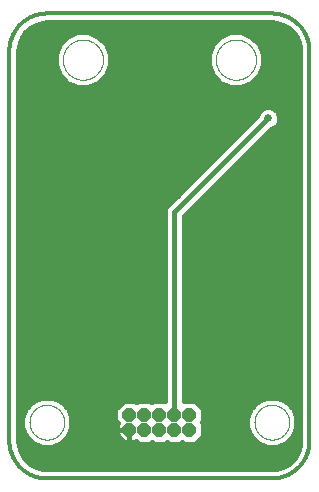
<source format=gbl>
G75*
%MOIN*%
%OFA0B0*%
%FSLAX25Y25*%
%IPPOS*%
%LPD*%
%AMOC8*
5,1,8,0,0,1.08239X$1,22.5*
%
%ADD10C,0.01200*%
%ADD11C,0.00000*%
%ADD12OC8,0.04600*%
%ADD13C,0.01600*%
%ADD14C,0.02578*%
D10*
X0009700Y0022200D02*
X0009700Y0152200D01*
X0009704Y0152502D01*
X0009715Y0152804D01*
X0009733Y0153105D01*
X0009758Y0153406D01*
X0009791Y0153707D01*
X0009831Y0154006D01*
X0009878Y0154304D01*
X0009933Y0154602D01*
X0009994Y0154897D01*
X0010063Y0155191D01*
X0010139Y0155484D01*
X0010222Y0155774D01*
X0010312Y0156063D01*
X0010409Y0156349D01*
X0010512Y0156633D01*
X0010623Y0156914D01*
X0010740Y0157192D01*
X0010864Y0157468D01*
X0010995Y0157740D01*
X0011132Y0158009D01*
X0011275Y0158275D01*
X0011425Y0158537D01*
X0011582Y0158796D01*
X0011744Y0159050D01*
X0011913Y0159301D01*
X0012087Y0159547D01*
X0012268Y0159790D01*
X0012454Y0160027D01*
X0012646Y0160261D01*
X0012844Y0160489D01*
X0013047Y0160713D01*
X0013255Y0160931D01*
X0013469Y0161145D01*
X0013687Y0161353D01*
X0013911Y0161556D01*
X0014139Y0161754D01*
X0014373Y0161946D01*
X0014610Y0162132D01*
X0014853Y0162313D01*
X0015099Y0162487D01*
X0015350Y0162656D01*
X0015604Y0162818D01*
X0015863Y0162975D01*
X0016125Y0163125D01*
X0016391Y0163268D01*
X0016660Y0163405D01*
X0016932Y0163536D01*
X0017208Y0163660D01*
X0017486Y0163777D01*
X0017767Y0163888D01*
X0018051Y0163991D01*
X0018337Y0164088D01*
X0018626Y0164178D01*
X0018916Y0164261D01*
X0019209Y0164337D01*
X0019503Y0164406D01*
X0019798Y0164467D01*
X0020096Y0164522D01*
X0020394Y0164569D01*
X0020693Y0164609D01*
X0020994Y0164642D01*
X0021295Y0164667D01*
X0021596Y0164685D01*
X0021898Y0164696D01*
X0022200Y0164700D01*
X0097200Y0164700D01*
X0097502Y0164696D01*
X0097804Y0164685D01*
X0098105Y0164667D01*
X0098406Y0164642D01*
X0098707Y0164609D01*
X0099006Y0164569D01*
X0099304Y0164522D01*
X0099602Y0164467D01*
X0099897Y0164406D01*
X0100191Y0164337D01*
X0100484Y0164261D01*
X0100774Y0164178D01*
X0101063Y0164088D01*
X0101349Y0163991D01*
X0101633Y0163888D01*
X0101914Y0163777D01*
X0102192Y0163660D01*
X0102468Y0163536D01*
X0102740Y0163405D01*
X0103009Y0163268D01*
X0103275Y0163125D01*
X0103537Y0162975D01*
X0103796Y0162818D01*
X0104050Y0162656D01*
X0104301Y0162487D01*
X0104547Y0162313D01*
X0104790Y0162132D01*
X0105027Y0161946D01*
X0105261Y0161754D01*
X0105489Y0161556D01*
X0105713Y0161353D01*
X0105931Y0161145D01*
X0106145Y0160931D01*
X0106353Y0160713D01*
X0106556Y0160489D01*
X0106754Y0160261D01*
X0106946Y0160027D01*
X0107132Y0159790D01*
X0107313Y0159547D01*
X0107487Y0159301D01*
X0107656Y0159050D01*
X0107818Y0158796D01*
X0107975Y0158537D01*
X0108125Y0158275D01*
X0108268Y0158009D01*
X0108405Y0157740D01*
X0108536Y0157468D01*
X0108660Y0157192D01*
X0108777Y0156914D01*
X0108888Y0156633D01*
X0108991Y0156349D01*
X0109088Y0156063D01*
X0109178Y0155774D01*
X0109261Y0155484D01*
X0109337Y0155191D01*
X0109406Y0154897D01*
X0109467Y0154602D01*
X0109522Y0154304D01*
X0109569Y0154006D01*
X0109609Y0153707D01*
X0109642Y0153406D01*
X0109667Y0153105D01*
X0109685Y0152804D01*
X0109696Y0152502D01*
X0109700Y0152200D01*
X0109700Y0022200D01*
X0109696Y0021898D01*
X0109685Y0021596D01*
X0109667Y0021295D01*
X0109642Y0020994D01*
X0109609Y0020693D01*
X0109569Y0020394D01*
X0109522Y0020096D01*
X0109467Y0019798D01*
X0109406Y0019503D01*
X0109337Y0019209D01*
X0109261Y0018916D01*
X0109178Y0018626D01*
X0109088Y0018337D01*
X0108991Y0018051D01*
X0108888Y0017767D01*
X0108777Y0017486D01*
X0108660Y0017208D01*
X0108536Y0016932D01*
X0108405Y0016660D01*
X0108268Y0016391D01*
X0108125Y0016125D01*
X0107975Y0015863D01*
X0107818Y0015604D01*
X0107656Y0015350D01*
X0107487Y0015099D01*
X0107313Y0014853D01*
X0107132Y0014610D01*
X0106946Y0014373D01*
X0106754Y0014139D01*
X0106556Y0013911D01*
X0106353Y0013687D01*
X0106145Y0013469D01*
X0105931Y0013255D01*
X0105713Y0013047D01*
X0105489Y0012844D01*
X0105261Y0012646D01*
X0105027Y0012454D01*
X0104790Y0012268D01*
X0104547Y0012087D01*
X0104301Y0011913D01*
X0104050Y0011744D01*
X0103796Y0011582D01*
X0103537Y0011425D01*
X0103275Y0011275D01*
X0103009Y0011132D01*
X0102740Y0010995D01*
X0102468Y0010864D01*
X0102192Y0010740D01*
X0101914Y0010623D01*
X0101633Y0010512D01*
X0101349Y0010409D01*
X0101063Y0010312D01*
X0100774Y0010222D01*
X0100484Y0010139D01*
X0100191Y0010063D01*
X0099897Y0009994D01*
X0099602Y0009933D01*
X0099304Y0009878D01*
X0099006Y0009831D01*
X0098707Y0009791D01*
X0098406Y0009758D01*
X0098105Y0009733D01*
X0097804Y0009715D01*
X0097502Y0009704D01*
X0097200Y0009700D01*
X0022200Y0009700D01*
X0021898Y0009704D01*
X0021596Y0009715D01*
X0021295Y0009733D01*
X0020994Y0009758D01*
X0020693Y0009791D01*
X0020394Y0009831D01*
X0020096Y0009878D01*
X0019798Y0009933D01*
X0019503Y0009994D01*
X0019209Y0010063D01*
X0018916Y0010139D01*
X0018626Y0010222D01*
X0018337Y0010312D01*
X0018051Y0010409D01*
X0017767Y0010512D01*
X0017486Y0010623D01*
X0017208Y0010740D01*
X0016932Y0010864D01*
X0016660Y0010995D01*
X0016391Y0011132D01*
X0016125Y0011275D01*
X0015863Y0011425D01*
X0015604Y0011582D01*
X0015350Y0011744D01*
X0015099Y0011913D01*
X0014853Y0012087D01*
X0014610Y0012268D01*
X0014373Y0012454D01*
X0014139Y0012646D01*
X0013911Y0012844D01*
X0013687Y0013047D01*
X0013469Y0013255D01*
X0013255Y0013469D01*
X0013047Y0013687D01*
X0012844Y0013911D01*
X0012646Y0014139D01*
X0012454Y0014373D01*
X0012268Y0014610D01*
X0012087Y0014853D01*
X0011913Y0015099D01*
X0011744Y0015350D01*
X0011582Y0015604D01*
X0011425Y0015863D01*
X0011275Y0016125D01*
X0011132Y0016391D01*
X0010995Y0016660D01*
X0010864Y0016932D01*
X0010740Y0017208D01*
X0010623Y0017486D01*
X0010512Y0017767D01*
X0010409Y0018051D01*
X0010312Y0018337D01*
X0010222Y0018626D01*
X0010139Y0018916D01*
X0010063Y0019209D01*
X0009994Y0019503D01*
X0009933Y0019798D01*
X0009878Y0020096D01*
X0009831Y0020394D01*
X0009791Y0020693D01*
X0009758Y0020994D01*
X0009733Y0021295D01*
X0009715Y0021596D01*
X0009704Y0021898D01*
X0009700Y0022200D01*
D11*
X0016400Y0028450D02*
X0016402Y0028602D01*
X0016408Y0028754D01*
X0016418Y0028905D01*
X0016432Y0029056D01*
X0016450Y0029207D01*
X0016471Y0029357D01*
X0016497Y0029507D01*
X0016527Y0029656D01*
X0016560Y0029804D01*
X0016598Y0029951D01*
X0016639Y0030097D01*
X0016684Y0030242D01*
X0016733Y0030386D01*
X0016785Y0030529D01*
X0016841Y0030670D01*
X0016901Y0030809D01*
X0016965Y0030947D01*
X0017032Y0031083D01*
X0017103Y0031218D01*
X0017177Y0031350D01*
X0017255Y0031480D01*
X0017336Y0031609D01*
X0017420Y0031735D01*
X0017508Y0031859D01*
X0017599Y0031981D01*
X0017693Y0032100D01*
X0017790Y0032217D01*
X0017890Y0032331D01*
X0017993Y0032442D01*
X0018099Y0032551D01*
X0018208Y0032657D01*
X0018319Y0032760D01*
X0018433Y0032860D01*
X0018550Y0032957D01*
X0018669Y0033051D01*
X0018791Y0033142D01*
X0018915Y0033230D01*
X0019041Y0033314D01*
X0019170Y0033395D01*
X0019300Y0033473D01*
X0019432Y0033547D01*
X0019567Y0033618D01*
X0019703Y0033685D01*
X0019841Y0033749D01*
X0019980Y0033809D01*
X0020121Y0033865D01*
X0020264Y0033917D01*
X0020408Y0033966D01*
X0020553Y0034011D01*
X0020699Y0034052D01*
X0020846Y0034090D01*
X0020994Y0034123D01*
X0021143Y0034153D01*
X0021293Y0034179D01*
X0021443Y0034200D01*
X0021594Y0034218D01*
X0021745Y0034232D01*
X0021896Y0034242D01*
X0022048Y0034248D01*
X0022200Y0034250D01*
X0022352Y0034248D01*
X0022504Y0034242D01*
X0022655Y0034232D01*
X0022806Y0034218D01*
X0022957Y0034200D01*
X0023107Y0034179D01*
X0023257Y0034153D01*
X0023406Y0034123D01*
X0023554Y0034090D01*
X0023701Y0034052D01*
X0023847Y0034011D01*
X0023992Y0033966D01*
X0024136Y0033917D01*
X0024279Y0033865D01*
X0024420Y0033809D01*
X0024559Y0033749D01*
X0024697Y0033685D01*
X0024833Y0033618D01*
X0024968Y0033547D01*
X0025100Y0033473D01*
X0025230Y0033395D01*
X0025359Y0033314D01*
X0025485Y0033230D01*
X0025609Y0033142D01*
X0025731Y0033051D01*
X0025850Y0032957D01*
X0025967Y0032860D01*
X0026081Y0032760D01*
X0026192Y0032657D01*
X0026301Y0032551D01*
X0026407Y0032442D01*
X0026510Y0032331D01*
X0026610Y0032217D01*
X0026707Y0032100D01*
X0026801Y0031981D01*
X0026892Y0031859D01*
X0026980Y0031735D01*
X0027064Y0031609D01*
X0027145Y0031480D01*
X0027223Y0031350D01*
X0027297Y0031218D01*
X0027368Y0031083D01*
X0027435Y0030947D01*
X0027499Y0030809D01*
X0027559Y0030670D01*
X0027615Y0030529D01*
X0027667Y0030386D01*
X0027716Y0030242D01*
X0027761Y0030097D01*
X0027802Y0029951D01*
X0027840Y0029804D01*
X0027873Y0029656D01*
X0027903Y0029507D01*
X0027929Y0029357D01*
X0027950Y0029207D01*
X0027968Y0029056D01*
X0027982Y0028905D01*
X0027992Y0028754D01*
X0027998Y0028602D01*
X0028000Y0028450D01*
X0027998Y0028298D01*
X0027992Y0028146D01*
X0027982Y0027995D01*
X0027968Y0027844D01*
X0027950Y0027693D01*
X0027929Y0027543D01*
X0027903Y0027393D01*
X0027873Y0027244D01*
X0027840Y0027096D01*
X0027802Y0026949D01*
X0027761Y0026803D01*
X0027716Y0026658D01*
X0027667Y0026514D01*
X0027615Y0026371D01*
X0027559Y0026230D01*
X0027499Y0026091D01*
X0027435Y0025953D01*
X0027368Y0025817D01*
X0027297Y0025682D01*
X0027223Y0025550D01*
X0027145Y0025420D01*
X0027064Y0025291D01*
X0026980Y0025165D01*
X0026892Y0025041D01*
X0026801Y0024919D01*
X0026707Y0024800D01*
X0026610Y0024683D01*
X0026510Y0024569D01*
X0026407Y0024458D01*
X0026301Y0024349D01*
X0026192Y0024243D01*
X0026081Y0024140D01*
X0025967Y0024040D01*
X0025850Y0023943D01*
X0025731Y0023849D01*
X0025609Y0023758D01*
X0025485Y0023670D01*
X0025359Y0023586D01*
X0025230Y0023505D01*
X0025100Y0023427D01*
X0024968Y0023353D01*
X0024833Y0023282D01*
X0024697Y0023215D01*
X0024559Y0023151D01*
X0024420Y0023091D01*
X0024279Y0023035D01*
X0024136Y0022983D01*
X0023992Y0022934D01*
X0023847Y0022889D01*
X0023701Y0022848D01*
X0023554Y0022810D01*
X0023406Y0022777D01*
X0023257Y0022747D01*
X0023107Y0022721D01*
X0022957Y0022700D01*
X0022806Y0022682D01*
X0022655Y0022668D01*
X0022504Y0022658D01*
X0022352Y0022652D01*
X0022200Y0022650D01*
X0022048Y0022652D01*
X0021896Y0022658D01*
X0021745Y0022668D01*
X0021594Y0022682D01*
X0021443Y0022700D01*
X0021293Y0022721D01*
X0021143Y0022747D01*
X0020994Y0022777D01*
X0020846Y0022810D01*
X0020699Y0022848D01*
X0020553Y0022889D01*
X0020408Y0022934D01*
X0020264Y0022983D01*
X0020121Y0023035D01*
X0019980Y0023091D01*
X0019841Y0023151D01*
X0019703Y0023215D01*
X0019567Y0023282D01*
X0019432Y0023353D01*
X0019300Y0023427D01*
X0019170Y0023505D01*
X0019041Y0023586D01*
X0018915Y0023670D01*
X0018791Y0023758D01*
X0018669Y0023849D01*
X0018550Y0023943D01*
X0018433Y0024040D01*
X0018319Y0024140D01*
X0018208Y0024243D01*
X0018099Y0024349D01*
X0017993Y0024458D01*
X0017890Y0024569D01*
X0017790Y0024683D01*
X0017693Y0024800D01*
X0017599Y0024919D01*
X0017508Y0025041D01*
X0017420Y0025165D01*
X0017336Y0025291D01*
X0017255Y0025420D01*
X0017177Y0025550D01*
X0017103Y0025682D01*
X0017032Y0025817D01*
X0016965Y0025953D01*
X0016901Y0026091D01*
X0016841Y0026230D01*
X0016785Y0026371D01*
X0016733Y0026514D01*
X0016684Y0026658D01*
X0016639Y0026803D01*
X0016598Y0026949D01*
X0016560Y0027096D01*
X0016527Y0027244D01*
X0016497Y0027393D01*
X0016471Y0027543D01*
X0016450Y0027693D01*
X0016432Y0027844D01*
X0016418Y0027995D01*
X0016408Y0028146D01*
X0016402Y0028298D01*
X0016400Y0028450D01*
X0091400Y0028450D02*
X0091402Y0028602D01*
X0091408Y0028754D01*
X0091418Y0028905D01*
X0091432Y0029056D01*
X0091450Y0029207D01*
X0091471Y0029357D01*
X0091497Y0029507D01*
X0091527Y0029656D01*
X0091560Y0029804D01*
X0091598Y0029951D01*
X0091639Y0030097D01*
X0091684Y0030242D01*
X0091733Y0030386D01*
X0091785Y0030529D01*
X0091841Y0030670D01*
X0091901Y0030809D01*
X0091965Y0030947D01*
X0092032Y0031083D01*
X0092103Y0031218D01*
X0092177Y0031350D01*
X0092255Y0031480D01*
X0092336Y0031609D01*
X0092420Y0031735D01*
X0092508Y0031859D01*
X0092599Y0031981D01*
X0092693Y0032100D01*
X0092790Y0032217D01*
X0092890Y0032331D01*
X0092993Y0032442D01*
X0093099Y0032551D01*
X0093208Y0032657D01*
X0093319Y0032760D01*
X0093433Y0032860D01*
X0093550Y0032957D01*
X0093669Y0033051D01*
X0093791Y0033142D01*
X0093915Y0033230D01*
X0094041Y0033314D01*
X0094170Y0033395D01*
X0094300Y0033473D01*
X0094432Y0033547D01*
X0094567Y0033618D01*
X0094703Y0033685D01*
X0094841Y0033749D01*
X0094980Y0033809D01*
X0095121Y0033865D01*
X0095264Y0033917D01*
X0095408Y0033966D01*
X0095553Y0034011D01*
X0095699Y0034052D01*
X0095846Y0034090D01*
X0095994Y0034123D01*
X0096143Y0034153D01*
X0096293Y0034179D01*
X0096443Y0034200D01*
X0096594Y0034218D01*
X0096745Y0034232D01*
X0096896Y0034242D01*
X0097048Y0034248D01*
X0097200Y0034250D01*
X0097352Y0034248D01*
X0097504Y0034242D01*
X0097655Y0034232D01*
X0097806Y0034218D01*
X0097957Y0034200D01*
X0098107Y0034179D01*
X0098257Y0034153D01*
X0098406Y0034123D01*
X0098554Y0034090D01*
X0098701Y0034052D01*
X0098847Y0034011D01*
X0098992Y0033966D01*
X0099136Y0033917D01*
X0099279Y0033865D01*
X0099420Y0033809D01*
X0099559Y0033749D01*
X0099697Y0033685D01*
X0099833Y0033618D01*
X0099968Y0033547D01*
X0100100Y0033473D01*
X0100230Y0033395D01*
X0100359Y0033314D01*
X0100485Y0033230D01*
X0100609Y0033142D01*
X0100731Y0033051D01*
X0100850Y0032957D01*
X0100967Y0032860D01*
X0101081Y0032760D01*
X0101192Y0032657D01*
X0101301Y0032551D01*
X0101407Y0032442D01*
X0101510Y0032331D01*
X0101610Y0032217D01*
X0101707Y0032100D01*
X0101801Y0031981D01*
X0101892Y0031859D01*
X0101980Y0031735D01*
X0102064Y0031609D01*
X0102145Y0031480D01*
X0102223Y0031350D01*
X0102297Y0031218D01*
X0102368Y0031083D01*
X0102435Y0030947D01*
X0102499Y0030809D01*
X0102559Y0030670D01*
X0102615Y0030529D01*
X0102667Y0030386D01*
X0102716Y0030242D01*
X0102761Y0030097D01*
X0102802Y0029951D01*
X0102840Y0029804D01*
X0102873Y0029656D01*
X0102903Y0029507D01*
X0102929Y0029357D01*
X0102950Y0029207D01*
X0102968Y0029056D01*
X0102982Y0028905D01*
X0102992Y0028754D01*
X0102998Y0028602D01*
X0103000Y0028450D01*
X0102998Y0028298D01*
X0102992Y0028146D01*
X0102982Y0027995D01*
X0102968Y0027844D01*
X0102950Y0027693D01*
X0102929Y0027543D01*
X0102903Y0027393D01*
X0102873Y0027244D01*
X0102840Y0027096D01*
X0102802Y0026949D01*
X0102761Y0026803D01*
X0102716Y0026658D01*
X0102667Y0026514D01*
X0102615Y0026371D01*
X0102559Y0026230D01*
X0102499Y0026091D01*
X0102435Y0025953D01*
X0102368Y0025817D01*
X0102297Y0025682D01*
X0102223Y0025550D01*
X0102145Y0025420D01*
X0102064Y0025291D01*
X0101980Y0025165D01*
X0101892Y0025041D01*
X0101801Y0024919D01*
X0101707Y0024800D01*
X0101610Y0024683D01*
X0101510Y0024569D01*
X0101407Y0024458D01*
X0101301Y0024349D01*
X0101192Y0024243D01*
X0101081Y0024140D01*
X0100967Y0024040D01*
X0100850Y0023943D01*
X0100731Y0023849D01*
X0100609Y0023758D01*
X0100485Y0023670D01*
X0100359Y0023586D01*
X0100230Y0023505D01*
X0100100Y0023427D01*
X0099968Y0023353D01*
X0099833Y0023282D01*
X0099697Y0023215D01*
X0099559Y0023151D01*
X0099420Y0023091D01*
X0099279Y0023035D01*
X0099136Y0022983D01*
X0098992Y0022934D01*
X0098847Y0022889D01*
X0098701Y0022848D01*
X0098554Y0022810D01*
X0098406Y0022777D01*
X0098257Y0022747D01*
X0098107Y0022721D01*
X0097957Y0022700D01*
X0097806Y0022682D01*
X0097655Y0022668D01*
X0097504Y0022658D01*
X0097352Y0022652D01*
X0097200Y0022650D01*
X0097048Y0022652D01*
X0096896Y0022658D01*
X0096745Y0022668D01*
X0096594Y0022682D01*
X0096443Y0022700D01*
X0096293Y0022721D01*
X0096143Y0022747D01*
X0095994Y0022777D01*
X0095846Y0022810D01*
X0095699Y0022848D01*
X0095553Y0022889D01*
X0095408Y0022934D01*
X0095264Y0022983D01*
X0095121Y0023035D01*
X0094980Y0023091D01*
X0094841Y0023151D01*
X0094703Y0023215D01*
X0094567Y0023282D01*
X0094432Y0023353D01*
X0094300Y0023427D01*
X0094170Y0023505D01*
X0094041Y0023586D01*
X0093915Y0023670D01*
X0093791Y0023758D01*
X0093669Y0023849D01*
X0093550Y0023943D01*
X0093433Y0024040D01*
X0093319Y0024140D01*
X0093208Y0024243D01*
X0093099Y0024349D01*
X0092993Y0024458D01*
X0092890Y0024569D01*
X0092790Y0024683D01*
X0092693Y0024800D01*
X0092599Y0024919D01*
X0092508Y0025041D01*
X0092420Y0025165D01*
X0092336Y0025291D01*
X0092255Y0025420D01*
X0092177Y0025550D01*
X0092103Y0025682D01*
X0092032Y0025817D01*
X0091965Y0025953D01*
X0091901Y0026091D01*
X0091841Y0026230D01*
X0091785Y0026371D01*
X0091733Y0026514D01*
X0091684Y0026658D01*
X0091639Y0026803D01*
X0091598Y0026949D01*
X0091560Y0027096D01*
X0091527Y0027244D01*
X0091497Y0027393D01*
X0091471Y0027543D01*
X0091450Y0027693D01*
X0091432Y0027844D01*
X0091418Y0027995D01*
X0091408Y0028146D01*
X0091402Y0028298D01*
X0091400Y0028450D01*
X0078500Y0149300D02*
X0078502Y0149464D01*
X0078508Y0149629D01*
X0078518Y0149793D01*
X0078532Y0149957D01*
X0078550Y0150120D01*
X0078573Y0150283D01*
X0078599Y0150445D01*
X0078629Y0150607D01*
X0078663Y0150768D01*
X0078701Y0150928D01*
X0078743Y0151087D01*
X0078788Y0151245D01*
X0078838Y0151402D01*
X0078892Y0151557D01*
X0078949Y0151711D01*
X0079010Y0151864D01*
X0079075Y0152015D01*
X0079143Y0152165D01*
X0079215Y0152312D01*
X0079291Y0152458D01*
X0079370Y0152602D01*
X0079453Y0152744D01*
X0079539Y0152884D01*
X0079629Y0153022D01*
X0079722Y0153158D01*
X0079819Y0153291D01*
X0079918Y0153422D01*
X0080021Y0153550D01*
X0080127Y0153676D01*
X0080236Y0153799D01*
X0080348Y0153920D01*
X0080462Y0154038D01*
X0080580Y0154152D01*
X0080701Y0154264D01*
X0080824Y0154373D01*
X0080950Y0154479D01*
X0081078Y0154582D01*
X0081209Y0154681D01*
X0081342Y0154778D01*
X0081478Y0154871D01*
X0081616Y0154961D01*
X0081756Y0155047D01*
X0081898Y0155130D01*
X0082042Y0155209D01*
X0082188Y0155285D01*
X0082335Y0155357D01*
X0082485Y0155425D01*
X0082636Y0155490D01*
X0082789Y0155551D01*
X0082943Y0155608D01*
X0083098Y0155662D01*
X0083255Y0155712D01*
X0083413Y0155757D01*
X0083572Y0155799D01*
X0083732Y0155837D01*
X0083893Y0155871D01*
X0084055Y0155901D01*
X0084217Y0155927D01*
X0084380Y0155950D01*
X0084543Y0155968D01*
X0084707Y0155982D01*
X0084871Y0155992D01*
X0085036Y0155998D01*
X0085200Y0156000D01*
X0085364Y0155998D01*
X0085529Y0155992D01*
X0085693Y0155982D01*
X0085857Y0155968D01*
X0086020Y0155950D01*
X0086183Y0155927D01*
X0086345Y0155901D01*
X0086507Y0155871D01*
X0086668Y0155837D01*
X0086828Y0155799D01*
X0086987Y0155757D01*
X0087145Y0155712D01*
X0087302Y0155662D01*
X0087457Y0155608D01*
X0087611Y0155551D01*
X0087764Y0155490D01*
X0087915Y0155425D01*
X0088065Y0155357D01*
X0088212Y0155285D01*
X0088358Y0155209D01*
X0088502Y0155130D01*
X0088644Y0155047D01*
X0088784Y0154961D01*
X0088922Y0154871D01*
X0089058Y0154778D01*
X0089191Y0154681D01*
X0089322Y0154582D01*
X0089450Y0154479D01*
X0089576Y0154373D01*
X0089699Y0154264D01*
X0089820Y0154152D01*
X0089938Y0154038D01*
X0090052Y0153920D01*
X0090164Y0153799D01*
X0090273Y0153676D01*
X0090379Y0153550D01*
X0090482Y0153422D01*
X0090581Y0153291D01*
X0090678Y0153158D01*
X0090771Y0153022D01*
X0090861Y0152884D01*
X0090947Y0152744D01*
X0091030Y0152602D01*
X0091109Y0152458D01*
X0091185Y0152312D01*
X0091257Y0152165D01*
X0091325Y0152015D01*
X0091390Y0151864D01*
X0091451Y0151711D01*
X0091508Y0151557D01*
X0091562Y0151402D01*
X0091612Y0151245D01*
X0091657Y0151087D01*
X0091699Y0150928D01*
X0091737Y0150768D01*
X0091771Y0150607D01*
X0091801Y0150445D01*
X0091827Y0150283D01*
X0091850Y0150120D01*
X0091868Y0149957D01*
X0091882Y0149793D01*
X0091892Y0149629D01*
X0091898Y0149464D01*
X0091900Y0149300D01*
X0091898Y0149136D01*
X0091892Y0148971D01*
X0091882Y0148807D01*
X0091868Y0148643D01*
X0091850Y0148480D01*
X0091827Y0148317D01*
X0091801Y0148155D01*
X0091771Y0147993D01*
X0091737Y0147832D01*
X0091699Y0147672D01*
X0091657Y0147513D01*
X0091612Y0147355D01*
X0091562Y0147198D01*
X0091508Y0147043D01*
X0091451Y0146889D01*
X0091390Y0146736D01*
X0091325Y0146585D01*
X0091257Y0146435D01*
X0091185Y0146288D01*
X0091109Y0146142D01*
X0091030Y0145998D01*
X0090947Y0145856D01*
X0090861Y0145716D01*
X0090771Y0145578D01*
X0090678Y0145442D01*
X0090581Y0145309D01*
X0090482Y0145178D01*
X0090379Y0145050D01*
X0090273Y0144924D01*
X0090164Y0144801D01*
X0090052Y0144680D01*
X0089938Y0144562D01*
X0089820Y0144448D01*
X0089699Y0144336D01*
X0089576Y0144227D01*
X0089450Y0144121D01*
X0089322Y0144018D01*
X0089191Y0143919D01*
X0089058Y0143822D01*
X0088922Y0143729D01*
X0088784Y0143639D01*
X0088644Y0143553D01*
X0088502Y0143470D01*
X0088358Y0143391D01*
X0088212Y0143315D01*
X0088065Y0143243D01*
X0087915Y0143175D01*
X0087764Y0143110D01*
X0087611Y0143049D01*
X0087457Y0142992D01*
X0087302Y0142938D01*
X0087145Y0142888D01*
X0086987Y0142843D01*
X0086828Y0142801D01*
X0086668Y0142763D01*
X0086507Y0142729D01*
X0086345Y0142699D01*
X0086183Y0142673D01*
X0086020Y0142650D01*
X0085857Y0142632D01*
X0085693Y0142618D01*
X0085529Y0142608D01*
X0085364Y0142602D01*
X0085200Y0142600D01*
X0085036Y0142602D01*
X0084871Y0142608D01*
X0084707Y0142618D01*
X0084543Y0142632D01*
X0084380Y0142650D01*
X0084217Y0142673D01*
X0084055Y0142699D01*
X0083893Y0142729D01*
X0083732Y0142763D01*
X0083572Y0142801D01*
X0083413Y0142843D01*
X0083255Y0142888D01*
X0083098Y0142938D01*
X0082943Y0142992D01*
X0082789Y0143049D01*
X0082636Y0143110D01*
X0082485Y0143175D01*
X0082335Y0143243D01*
X0082188Y0143315D01*
X0082042Y0143391D01*
X0081898Y0143470D01*
X0081756Y0143553D01*
X0081616Y0143639D01*
X0081478Y0143729D01*
X0081342Y0143822D01*
X0081209Y0143919D01*
X0081078Y0144018D01*
X0080950Y0144121D01*
X0080824Y0144227D01*
X0080701Y0144336D01*
X0080580Y0144448D01*
X0080462Y0144562D01*
X0080348Y0144680D01*
X0080236Y0144801D01*
X0080127Y0144924D01*
X0080021Y0145050D01*
X0079918Y0145178D01*
X0079819Y0145309D01*
X0079722Y0145442D01*
X0079629Y0145578D01*
X0079539Y0145716D01*
X0079453Y0145856D01*
X0079370Y0145998D01*
X0079291Y0146142D01*
X0079215Y0146288D01*
X0079143Y0146435D01*
X0079075Y0146585D01*
X0079010Y0146736D01*
X0078949Y0146889D01*
X0078892Y0147043D01*
X0078838Y0147198D01*
X0078788Y0147355D01*
X0078743Y0147513D01*
X0078701Y0147672D01*
X0078663Y0147832D01*
X0078629Y0147993D01*
X0078599Y0148155D01*
X0078573Y0148317D01*
X0078550Y0148480D01*
X0078532Y0148643D01*
X0078518Y0148807D01*
X0078508Y0148971D01*
X0078502Y0149136D01*
X0078500Y0149300D01*
X0027500Y0149300D02*
X0027502Y0149464D01*
X0027508Y0149629D01*
X0027518Y0149793D01*
X0027532Y0149957D01*
X0027550Y0150120D01*
X0027573Y0150283D01*
X0027599Y0150445D01*
X0027629Y0150607D01*
X0027663Y0150768D01*
X0027701Y0150928D01*
X0027743Y0151087D01*
X0027788Y0151245D01*
X0027838Y0151402D01*
X0027892Y0151557D01*
X0027949Y0151711D01*
X0028010Y0151864D01*
X0028075Y0152015D01*
X0028143Y0152165D01*
X0028215Y0152312D01*
X0028291Y0152458D01*
X0028370Y0152602D01*
X0028453Y0152744D01*
X0028539Y0152884D01*
X0028629Y0153022D01*
X0028722Y0153158D01*
X0028819Y0153291D01*
X0028918Y0153422D01*
X0029021Y0153550D01*
X0029127Y0153676D01*
X0029236Y0153799D01*
X0029348Y0153920D01*
X0029462Y0154038D01*
X0029580Y0154152D01*
X0029701Y0154264D01*
X0029824Y0154373D01*
X0029950Y0154479D01*
X0030078Y0154582D01*
X0030209Y0154681D01*
X0030342Y0154778D01*
X0030478Y0154871D01*
X0030616Y0154961D01*
X0030756Y0155047D01*
X0030898Y0155130D01*
X0031042Y0155209D01*
X0031188Y0155285D01*
X0031335Y0155357D01*
X0031485Y0155425D01*
X0031636Y0155490D01*
X0031789Y0155551D01*
X0031943Y0155608D01*
X0032098Y0155662D01*
X0032255Y0155712D01*
X0032413Y0155757D01*
X0032572Y0155799D01*
X0032732Y0155837D01*
X0032893Y0155871D01*
X0033055Y0155901D01*
X0033217Y0155927D01*
X0033380Y0155950D01*
X0033543Y0155968D01*
X0033707Y0155982D01*
X0033871Y0155992D01*
X0034036Y0155998D01*
X0034200Y0156000D01*
X0034364Y0155998D01*
X0034529Y0155992D01*
X0034693Y0155982D01*
X0034857Y0155968D01*
X0035020Y0155950D01*
X0035183Y0155927D01*
X0035345Y0155901D01*
X0035507Y0155871D01*
X0035668Y0155837D01*
X0035828Y0155799D01*
X0035987Y0155757D01*
X0036145Y0155712D01*
X0036302Y0155662D01*
X0036457Y0155608D01*
X0036611Y0155551D01*
X0036764Y0155490D01*
X0036915Y0155425D01*
X0037065Y0155357D01*
X0037212Y0155285D01*
X0037358Y0155209D01*
X0037502Y0155130D01*
X0037644Y0155047D01*
X0037784Y0154961D01*
X0037922Y0154871D01*
X0038058Y0154778D01*
X0038191Y0154681D01*
X0038322Y0154582D01*
X0038450Y0154479D01*
X0038576Y0154373D01*
X0038699Y0154264D01*
X0038820Y0154152D01*
X0038938Y0154038D01*
X0039052Y0153920D01*
X0039164Y0153799D01*
X0039273Y0153676D01*
X0039379Y0153550D01*
X0039482Y0153422D01*
X0039581Y0153291D01*
X0039678Y0153158D01*
X0039771Y0153022D01*
X0039861Y0152884D01*
X0039947Y0152744D01*
X0040030Y0152602D01*
X0040109Y0152458D01*
X0040185Y0152312D01*
X0040257Y0152165D01*
X0040325Y0152015D01*
X0040390Y0151864D01*
X0040451Y0151711D01*
X0040508Y0151557D01*
X0040562Y0151402D01*
X0040612Y0151245D01*
X0040657Y0151087D01*
X0040699Y0150928D01*
X0040737Y0150768D01*
X0040771Y0150607D01*
X0040801Y0150445D01*
X0040827Y0150283D01*
X0040850Y0150120D01*
X0040868Y0149957D01*
X0040882Y0149793D01*
X0040892Y0149629D01*
X0040898Y0149464D01*
X0040900Y0149300D01*
X0040898Y0149136D01*
X0040892Y0148971D01*
X0040882Y0148807D01*
X0040868Y0148643D01*
X0040850Y0148480D01*
X0040827Y0148317D01*
X0040801Y0148155D01*
X0040771Y0147993D01*
X0040737Y0147832D01*
X0040699Y0147672D01*
X0040657Y0147513D01*
X0040612Y0147355D01*
X0040562Y0147198D01*
X0040508Y0147043D01*
X0040451Y0146889D01*
X0040390Y0146736D01*
X0040325Y0146585D01*
X0040257Y0146435D01*
X0040185Y0146288D01*
X0040109Y0146142D01*
X0040030Y0145998D01*
X0039947Y0145856D01*
X0039861Y0145716D01*
X0039771Y0145578D01*
X0039678Y0145442D01*
X0039581Y0145309D01*
X0039482Y0145178D01*
X0039379Y0145050D01*
X0039273Y0144924D01*
X0039164Y0144801D01*
X0039052Y0144680D01*
X0038938Y0144562D01*
X0038820Y0144448D01*
X0038699Y0144336D01*
X0038576Y0144227D01*
X0038450Y0144121D01*
X0038322Y0144018D01*
X0038191Y0143919D01*
X0038058Y0143822D01*
X0037922Y0143729D01*
X0037784Y0143639D01*
X0037644Y0143553D01*
X0037502Y0143470D01*
X0037358Y0143391D01*
X0037212Y0143315D01*
X0037065Y0143243D01*
X0036915Y0143175D01*
X0036764Y0143110D01*
X0036611Y0143049D01*
X0036457Y0142992D01*
X0036302Y0142938D01*
X0036145Y0142888D01*
X0035987Y0142843D01*
X0035828Y0142801D01*
X0035668Y0142763D01*
X0035507Y0142729D01*
X0035345Y0142699D01*
X0035183Y0142673D01*
X0035020Y0142650D01*
X0034857Y0142632D01*
X0034693Y0142618D01*
X0034529Y0142608D01*
X0034364Y0142602D01*
X0034200Y0142600D01*
X0034036Y0142602D01*
X0033871Y0142608D01*
X0033707Y0142618D01*
X0033543Y0142632D01*
X0033380Y0142650D01*
X0033217Y0142673D01*
X0033055Y0142699D01*
X0032893Y0142729D01*
X0032732Y0142763D01*
X0032572Y0142801D01*
X0032413Y0142843D01*
X0032255Y0142888D01*
X0032098Y0142938D01*
X0031943Y0142992D01*
X0031789Y0143049D01*
X0031636Y0143110D01*
X0031485Y0143175D01*
X0031335Y0143243D01*
X0031188Y0143315D01*
X0031042Y0143391D01*
X0030898Y0143470D01*
X0030756Y0143553D01*
X0030616Y0143639D01*
X0030478Y0143729D01*
X0030342Y0143822D01*
X0030209Y0143919D01*
X0030078Y0144018D01*
X0029950Y0144121D01*
X0029824Y0144227D01*
X0029701Y0144336D01*
X0029580Y0144448D01*
X0029462Y0144562D01*
X0029348Y0144680D01*
X0029236Y0144801D01*
X0029127Y0144924D01*
X0029021Y0145050D01*
X0028918Y0145178D01*
X0028819Y0145309D01*
X0028722Y0145442D01*
X0028629Y0145578D01*
X0028539Y0145716D01*
X0028453Y0145856D01*
X0028370Y0145998D01*
X0028291Y0146142D01*
X0028215Y0146288D01*
X0028143Y0146435D01*
X0028075Y0146585D01*
X0028010Y0146736D01*
X0027949Y0146889D01*
X0027892Y0147043D01*
X0027838Y0147198D01*
X0027788Y0147355D01*
X0027743Y0147513D01*
X0027701Y0147672D01*
X0027663Y0147832D01*
X0027629Y0147993D01*
X0027599Y0148155D01*
X0027573Y0148317D01*
X0027550Y0148480D01*
X0027532Y0148643D01*
X0027518Y0148807D01*
X0027508Y0148971D01*
X0027502Y0149136D01*
X0027500Y0149300D01*
D12*
X0049700Y0030950D03*
X0049700Y0025950D03*
X0054700Y0025950D03*
X0054700Y0030950D03*
X0059700Y0030950D03*
X0059700Y0025950D03*
X0064700Y0025950D03*
X0064700Y0030950D03*
X0069700Y0030950D03*
X0069700Y0025950D03*
D13*
X0014663Y0016417D02*
X0013423Y0018565D01*
X0012781Y0020960D01*
X0012700Y0022200D01*
X0012700Y0152200D01*
X0012781Y0153440D01*
X0013423Y0155835D01*
X0014663Y0157983D01*
X0016417Y0159737D01*
X0018565Y0160977D01*
X0020960Y0161619D01*
X0022200Y0161700D01*
X0097200Y0161700D01*
X0098440Y0161619D01*
X0100835Y0160977D01*
X0102983Y0159737D01*
X0104737Y0157983D01*
X0105977Y0155835D01*
X0106619Y0153440D01*
X0106700Y0152200D01*
X0106700Y0022200D01*
X0106619Y0020960D01*
X0105977Y0018564D01*
X0104737Y0016417D01*
X0102983Y0014663D01*
X0100835Y0013423D01*
X0098440Y0012781D01*
X0097200Y0012700D01*
X0022200Y0012700D01*
X0020960Y0012781D01*
X0018565Y0013423D01*
X0016417Y0014663D01*
X0014663Y0016417D01*
X0014986Y0016094D02*
X0104414Y0016094D01*
X0105473Y0017693D02*
X0013927Y0017693D01*
X0013228Y0019291D02*
X0106172Y0019291D01*
X0106600Y0020890D02*
X0100375Y0020890D01*
X0101845Y0021498D02*
X0104152Y0023805D01*
X0105400Y0026819D01*
X0105400Y0030081D01*
X0104152Y0033095D01*
X0101845Y0035402D01*
X0098831Y0036650D01*
X0095569Y0036650D01*
X0092555Y0035402D01*
X0090248Y0033095D01*
X0089000Y0030081D01*
X0089000Y0026819D01*
X0090248Y0023805D01*
X0092555Y0021498D01*
X0095569Y0020250D01*
X0098831Y0020250D01*
X0101845Y0021498D01*
X0102835Y0022488D02*
X0106700Y0022488D01*
X0106700Y0024087D02*
X0104268Y0024087D01*
X0104930Y0025685D02*
X0106700Y0025685D01*
X0106700Y0027284D02*
X0105400Y0027284D01*
X0105400Y0028882D02*
X0106700Y0028882D01*
X0106700Y0030481D02*
X0105234Y0030481D01*
X0104572Y0032079D02*
X0106700Y0032079D01*
X0106700Y0033678D02*
X0103569Y0033678D01*
X0101970Y0035276D02*
X0106700Y0035276D01*
X0106700Y0036875D02*
X0067900Y0036875D01*
X0067900Y0035650D02*
X0067900Y0097125D01*
X0096859Y0126084D01*
X0098040Y0126573D01*
X0099077Y0127610D01*
X0099639Y0128966D01*
X0099639Y0130434D01*
X0099077Y0131790D01*
X0098040Y0132827D01*
X0096684Y0133389D01*
X0095216Y0133389D01*
X0093860Y0132827D01*
X0092823Y0131790D01*
X0092334Y0130609D01*
X0061987Y0100263D01*
X0061500Y0099087D01*
X0061500Y0035650D01*
X0057753Y0035650D01*
X0057200Y0035097D01*
X0056647Y0035650D01*
X0052753Y0035650D01*
X0052200Y0035097D01*
X0051647Y0035650D01*
X0047753Y0035650D01*
X0045000Y0032897D01*
X0045000Y0029003D01*
X0045977Y0028026D01*
X0045600Y0027648D01*
X0045600Y0025950D01*
X0049700Y0025950D01*
X0049700Y0025950D01*
X0049700Y0021850D01*
X0051398Y0021850D01*
X0051776Y0022227D01*
X0052753Y0021250D01*
X0056647Y0021250D01*
X0057200Y0021803D01*
X0057753Y0021250D01*
X0061647Y0021250D01*
X0062200Y0021803D01*
X0062753Y0021250D01*
X0066647Y0021250D01*
X0067200Y0021803D01*
X0067753Y0021250D01*
X0071647Y0021250D01*
X0074400Y0024003D01*
X0074400Y0027897D01*
X0073847Y0028450D01*
X0074400Y0029003D01*
X0074400Y0032897D01*
X0071647Y0035650D01*
X0067900Y0035650D01*
X0067900Y0038473D02*
X0106700Y0038473D01*
X0106700Y0040072D02*
X0067900Y0040072D01*
X0067900Y0041670D02*
X0106700Y0041670D01*
X0106700Y0043269D02*
X0067900Y0043269D01*
X0067900Y0044867D02*
X0106700Y0044867D01*
X0106700Y0046466D02*
X0067900Y0046466D01*
X0067900Y0048064D02*
X0106700Y0048064D01*
X0106700Y0049663D02*
X0067900Y0049663D01*
X0067900Y0051261D02*
X0106700Y0051261D01*
X0106700Y0052860D02*
X0067900Y0052860D01*
X0067900Y0054458D02*
X0106700Y0054458D01*
X0106700Y0056057D02*
X0067900Y0056057D01*
X0067900Y0057655D02*
X0106700Y0057655D01*
X0106700Y0059254D02*
X0067900Y0059254D01*
X0067900Y0060852D02*
X0106700Y0060852D01*
X0106700Y0062451D02*
X0067900Y0062451D01*
X0067900Y0064049D02*
X0106700Y0064049D01*
X0106700Y0065648D02*
X0067900Y0065648D01*
X0067900Y0067246D02*
X0106700Y0067246D01*
X0106700Y0068845D02*
X0067900Y0068845D01*
X0067900Y0070443D02*
X0106700Y0070443D01*
X0106700Y0072042D02*
X0067900Y0072042D01*
X0067900Y0073640D02*
X0106700Y0073640D01*
X0106700Y0075239D02*
X0067900Y0075239D01*
X0067900Y0076837D02*
X0106700Y0076837D01*
X0106700Y0078436D02*
X0067900Y0078436D01*
X0067900Y0080034D02*
X0106700Y0080034D01*
X0106700Y0081633D02*
X0067900Y0081633D01*
X0067900Y0083232D02*
X0106700Y0083232D01*
X0106700Y0084830D02*
X0067900Y0084830D01*
X0067900Y0086429D02*
X0106700Y0086429D01*
X0106700Y0088027D02*
X0067900Y0088027D01*
X0067900Y0089626D02*
X0106700Y0089626D01*
X0106700Y0091224D02*
X0067900Y0091224D01*
X0067900Y0092823D02*
X0106700Y0092823D01*
X0106700Y0094421D02*
X0067900Y0094421D01*
X0067900Y0096020D02*
X0106700Y0096020D01*
X0106700Y0097618D02*
X0068394Y0097618D01*
X0069992Y0099217D02*
X0106700Y0099217D01*
X0106700Y0100815D02*
X0071591Y0100815D01*
X0073189Y0102414D02*
X0106700Y0102414D01*
X0106700Y0104012D02*
X0074788Y0104012D01*
X0076386Y0105611D02*
X0106700Y0105611D01*
X0106700Y0107209D02*
X0077985Y0107209D01*
X0079583Y0108808D02*
X0106700Y0108808D01*
X0106700Y0110406D02*
X0081182Y0110406D01*
X0082780Y0112005D02*
X0106700Y0112005D01*
X0106700Y0113603D02*
X0084379Y0113603D01*
X0085977Y0115202D02*
X0106700Y0115202D01*
X0106700Y0116800D02*
X0087576Y0116800D01*
X0089174Y0118399D02*
X0106700Y0118399D01*
X0106700Y0119997D02*
X0090773Y0119997D01*
X0092371Y0121596D02*
X0106700Y0121596D01*
X0106700Y0123194D02*
X0093970Y0123194D01*
X0095568Y0124793D02*
X0106700Y0124793D01*
X0106700Y0126391D02*
X0097602Y0126391D01*
X0099235Y0127990D02*
X0106700Y0127990D01*
X0106700Y0129588D02*
X0099639Y0129588D01*
X0099327Y0131187D02*
X0106700Y0131187D01*
X0106700Y0132785D02*
X0098082Y0132785D01*
X0095950Y0129700D02*
X0064700Y0098450D01*
X0064700Y0030950D01*
X0061500Y0036875D02*
X0012700Y0036875D01*
X0012700Y0038473D02*
X0061500Y0038473D01*
X0061500Y0040072D02*
X0012700Y0040072D01*
X0012700Y0041670D02*
X0061500Y0041670D01*
X0061500Y0043269D02*
X0012700Y0043269D01*
X0012700Y0044867D02*
X0061500Y0044867D01*
X0061500Y0046466D02*
X0012700Y0046466D01*
X0012700Y0048064D02*
X0061500Y0048064D01*
X0061500Y0049663D02*
X0012700Y0049663D01*
X0012700Y0051261D02*
X0061500Y0051261D01*
X0061500Y0052860D02*
X0012700Y0052860D01*
X0012700Y0054458D02*
X0061500Y0054458D01*
X0061500Y0056057D02*
X0012700Y0056057D01*
X0012700Y0057655D02*
X0061500Y0057655D01*
X0061500Y0059254D02*
X0012700Y0059254D01*
X0012700Y0060852D02*
X0061500Y0060852D01*
X0061500Y0062451D02*
X0012700Y0062451D01*
X0012700Y0064049D02*
X0061500Y0064049D01*
X0061500Y0065648D02*
X0012700Y0065648D01*
X0012700Y0067246D02*
X0061500Y0067246D01*
X0061500Y0068845D02*
X0012700Y0068845D01*
X0012700Y0070443D02*
X0061500Y0070443D01*
X0061500Y0072042D02*
X0012700Y0072042D01*
X0012700Y0073640D02*
X0061500Y0073640D01*
X0061500Y0075239D02*
X0012700Y0075239D01*
X0012700Y0076837D02*
X0061500Y0076837D01*
X0061500Y0078436D02*
X0012700Y0078436D01*
X0012700Y0080034D02*
X0061500Y0080034D01*
X0061500Y0081633D02*
X0012700Y0081633D01*
X0012700Y0083232D02*
X0061500Y0083232D01*
X0061500Y0084830D02*
X0012700Y0084830D01*
X0012700Y0086429D02*
X0061500Y0086429D01*
X0061500Y0088027D02*
X0012700Y0088027D01*
X0012700Y0089626D02*
X0061500Y0089626D01*
X0061500Y0091224D02*
X0012700Y0091224D01*
X0012700Y0092823D02*
X0061500Y0092823D01*
X0061500Y0094421D02*
X0012700Y0094421D01*
X0012700Y0096020D02*
X0061500Y0096020D01*
X0061500Y0097618D02*
X0012700Y0097618D01*
X0012700Y0099217D02*
X0061554Y0099217D01*
X0062540Y0100815D02*
X0012700Y0100815D01*
X0012700Y0102414D02*
X0064138Y0102414D01*
X0065737Y0104012D02*
X0012700Y0104012D01*
X0012700Y0105611D02*
X0067335Y0105611D01*
X0068934Y0107209D02*
X0012700Y0107209D01*
X0012700Y0108808D02*
X0070532Y0108808D01*
X0072131Y0110406D02*
X0012700Y0110406D01*
X0012700Y0112005D02*
X0073729Y0112005D01*
X0075328Y0113603D02*
X0012700Y0113603D01*
X0012700Y0115202D02*
X0076926Y0115202D01*
X0078525Y0116800D02*
X0012700Y0116800D01*
X0012700Y0118399D02*
X0080123Y0118399D01*
X0081722Y0119997D02*
X0012700Y0119997D01*
X0012700Y0121596D02*
X0083320Y0121596D01*
X0084919Y0123194D02*
X0012700Y0123194D01*
X0012700Y0124793D02*
X0086517Y0124793D01*
X0088116Y0126391D02*
X0012700Y0126391D01*
X0012700Y0127990D02*
X0089714Y0127990D01*
X0091313Y0129588D02*
X0012700Y0129588D01*
X0012700Y0131187D02*
X0092573Y0131187D01*
X0093818Y0132785D02*
X0012700Y0132785D01*
X0012700Y0134384D02*
X0106700Y0134384D01*
X0106700Y0135982D02*
X0012700Y0135982D01*
X0012700Y0137581D02*
X0106700Y0137581D01*
X0106700Y0139179D02*
X0012700Y0139179D01*
X0012700Y0140778D02*
X0030995Y0140778D01*
X0032390Y0140200D02*
X0029045Y0141585D01*
X0026485Y0144145D01*
X0025100Y0147490D01*
X0025100Y0151110D01*
X0026485Y0154455D01*
X0029045Y0157015D01*
X0032390Y0158400D01*
X0036010Y0158400D01*
X0039355Y0157015D01*
X0041915Y0154455D01*
X0043300Y0151110D01*
X0043300Y0147490D01*
X0041915Y0144145D01*
X0039355Y0141585D01*
X0036010Y0140200D01*
X0032390Y0140200D01*
X0028254Y0142376D02*
X0012700Y0142376D01*
X0012700Y0143975D02*
X0026656Y0143975D01*
X0025894Y0145573D02*
X0012700Y0145573D01*
X0012700Y0147172D02*
X0025232Y0147172D01*
X0025100Y0148770D02*
X0012700Y0148770D01*
X0012700Y0150369D02*
X0025100Y0150369D01*
X0025455Y0151968D02*
X0012700Y0151968D01*
X0012815Y0153566D02*
X0026117Y0153566D01*
X0027195Y0155165D02*
X0013243Y0155165D01*
X0013959Y0156763D02*
X0028794Y0156763D01*
X0032297Y0158362D02*
X0015041Y0158362D01*
X0016803Y0159960D02*
X0102597Y0159960D01*
X0104359Y0158362D02*
X0087103Y0158362D01*
X0087010Y0158400D02*
X0083390Y0158400D01*
X0080045Y0157015D01*
X0077485Y0154455D01*
X0076100Y0151110D01*
X0076100Y0147490D01*
X0077485Y0144145D01*
X0080045Y0141585D01*
X0083390Y0140200D01*
X0087010Y0140200D01*
X0090355Y0141585D01*
X0092915Y0144145D01*
X0094300Y0147490D01*
X0094300Y0151110D01*
X0092915Y0154455D01*
X0090355Y0157015D01*
X0087010Y0158400D01*
X0083297Y0158362D02*
X0036103Y0158362D01*
X0039606Y0156763D02*
X0079794Y0156763D01*
X0078195Y0155165D02*
X0041205Y0155165D01*
X0042283Y0153566D02*
X0077117Y0153566D01*
X0076455Y0151968D02*
X0042945Y0151968D01*
X0043300Y0150369D02*
X0076100Y0150369D01*
X0076100Y0148770D02*
X0043300Y0148770D01*
X0043168Y0147172D02*
X0076232Y0147172D01*
X0076894Y0145573D02*
X0042506Y0145573D01*
X0041744Y0143975D02*
X0077656Y0143975D01*
X0079254Y0142376D02*
X0040146Y0142376D01*
X0037405Y0140778D02*
X0081995Y0140778D01*
X0088405Y0140778D02*
X0106700Y0140778D01*
X0106700Y0142376D02*
X0091146Y0142376D01*
X0092744Y0143975D02*
X0106700Y0143975D01*
X0106700Y0145573D02*
X0093506Y0145573D01*
X0094168Y0147172D02*
X0106700Y0147172D01*
X0106700Y0148770D02*
X0094300Y0148770D01*
X0094300Y0150369D02*
X0106700Y0150369D01*
X0106700Y0151968D02*
X0093945Y0151968D01*
X0093283Y0153566D02*
X0106585Y0153566D01*
X0106157Y0155165D02*
X0092205Y0155165D01*
X0090606Y0156763D02*
X0105441Y0156763D01*
X0098664Y0161559D02*
X0020736Y0161559D01*
X0020569Y0036650D02*
X0017555Y0035402D01*
X0015248Y0033095D01*
X0014000Y0030081D01*
X0014000Y0026819D01*
X0015248Y0023805D01*
X0017555Y0021498D01*
X0020569Y0020250D01*
X0023831Y0020250D01*
X0026845Y0021498D01*
X0029152Y0023805D01*
X0030400Y0026819D01*
X0030400Y0030081D01*
X0029152Y0033095D01*
X0026845Y0035402D01*
X0023831Y0036650D01*
X0020569Y0036650D01*
X0017430Y0035276D02*
X0012700Y0035276D01*
X0012700Y0033678D02*
X0015831Y0033678D01*
X0014828Y0032079D02*
X0012700Y0032079D01*
X0012700Y0030481D02*
X0014166Y0030481D01*
X0014000Y0028882D02*
X0012700Y0028882D01*
X0012700Y0027284D02*
X0014000Y0027284D01*
X0014470Y0025685D02*
X0012700Y0025685D01*
X0012700Y0024087D02*
X0015132Y0024087D01*
X0016565Y0022488D02*
X0012700Y0022488D01*
X0012800Y0020890D02*
X0019025Y0020890D01*
X0016707Y0014496D02*
X0102693Y0014496D01*
X0098872Y0012897D02*
X0020528Y0012897D01*
X0025375Y0020890D02*
X0094025Y0020890D01*
X0091565Y0022488D02*
X0072885Y0022488D01*
X0074400Y0024087D02*
X0090132Y0024087D01*
X0089470Y0025685D02*
X0074400Y0025685D01*
X0074400Y0027284D02*
X0089000Y0027284D01*
X0089000Y0028882D02*
X0074279Y0028882D01*
X0074400Y0030481D02*
X0089166Y0030481D01*
X0089828Y0032079D02*
X0074400Y0032079D01*
X0073619Y0033678D02*
X0090831Y0033678D01*
X0092430Y0035276D02*
X0072021Y0035276D01*
X0057379Y0035276D02*
X0057021Y0035276D01*
X0052379Y0035276D02*
X0052021Y0035276D01*
X0047379Y0035276D02*
X0026970Y0035276D01*
X0028569Y0033678D02*
X0045781Y0033678D01*
X0045000Y0032079D02*
X0029572Y0032079D01*
X0030234Y0030481D02*
X0045000Y0030481D01*
X0045121Y0028882D02*
X0030400Y0028882D01*
X0030400Y0027284D02*
X0045600Y0027284D01*
X0045600Y0025950D02*
X0045600Y0024252D01*
X0048002Y0021850D01*
X0049700Y0021850D01*
X0049700Y0025950D01*
X0049700Y0025950D01*
X0045600Y0025950D01*
X0045600Y0025685D02*
X0029930Y0025685D01*
X0029268Y0024087D02*
X0045765Y0024087D01*
X0047364Y0022488D02*
X0027835Y0022488D01*
X0049700Y0022488D02*
X0049700Y0022488D01*
X0049700Y0024087D02*
X0049700Y0024087D01*
X0049700Y0025685D02*
X0049700Y0025685D01*
D14*
X0022200Y0042200D03*
X0022200Y0077200D03*
X0047200Y0087200D03*
X0047200Y0137200D03*
X0095950Y0129700D03*
X0094700Y0062200D03*
M02*

</source>
